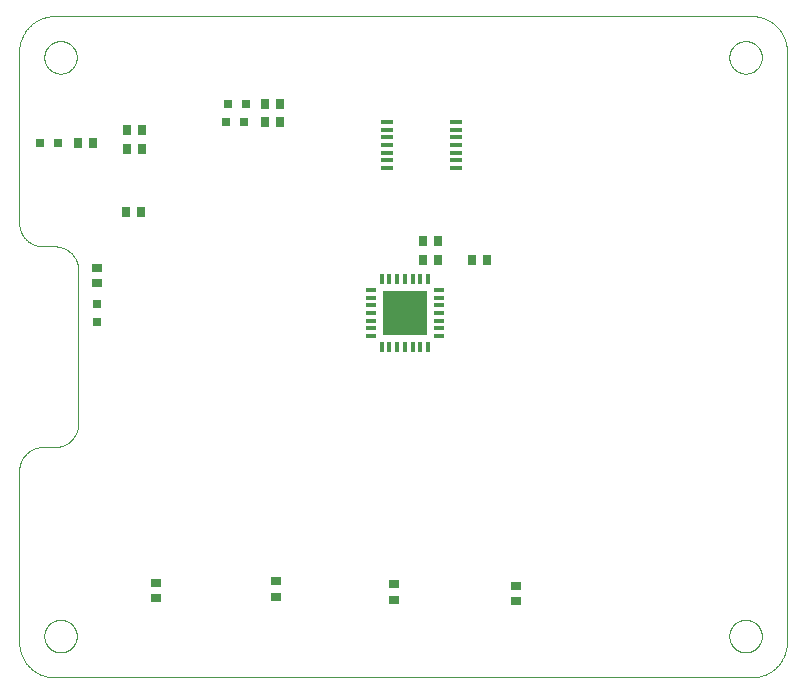
<source format=gtp>
G75*
%MOIN*%
%OFA0B0*%
%FSLAX25Y25*%
%IPPOS*%
%LPD*%
%AMOC8*
5,1,8,0,0,1.08239X$1,22.5*
%
%ADD10C,0.00000*%
%ADD11R,0.01700X0.03200*%
%ADD12R,0.03200X0.01700*%
%ADD13R,0.14600X0.14600*%
%ADD14R,0.02756X0.03543*%
%ADD15R,0.03543X0.02756*%
%ADD16R,0.03150X0.03150*%
%ADD17R,0.03900X0.01200*%
D10*
X0035000Y0016811D02*
X0035000Y0073898D01*
X0035002Y0074088D01*
X0035009Y0074278D01*
X0035021Y0074468D01*
X0035037Y0074658D01*
X0035057Y0074847D01*
X0035083Y0075036D01*
X0035112Y0075224D01*
X0035147Y0075411D01*
X0035186Y0075597D01*
X0035229Y0075782D01*
X0035277Y0075967D01*
X0035329Y0076150D01*
X0035385Y0076331D01*
X0035446Y0076511D01*
X0035512Y0076690D01*
X0035581Y0076867D01*
X0035655Y0077043D01*
X0035733Y0077216D01*
X0035816Y0077388D01*
X0035902Y0077557D01*
X0035992Y0077725D01*
X0036087Y0077890D01*
X0036185Y0078053D01*
X0036288Y0078213D01*
X0036394Y0078371D01*
X0036504Y0078526D01*
X0036617Y0078679D01*
X0036735Y0078829D01*
X0036856Y0078975D01*
X0036980Y0079119D01*
X0037108Y0079260D01*
X0037239Y0079398D01*
X0037374Y0079533D01*
X0037512Y0079664D01*
X0037653Y0079792D01*
X0037797Y0079916D01*
X0037943Y0080037D01*
X0038093Y0080155D01*
X0038246Y0080268D01*
X0038401Y0080378D01*
X0038559Y0080484D01*
X0038719Y0080587D01*
X0038882Y0080685D01*
X0039047Y0080780D01*
X0039215Y0080870D01*
X0039384Y0080956D01*
X0039556Y0081039D01*
X0039729Y0081117D01*
X0039905Y0081191D01*
X0040082Y0081260D01*
X0040261Y0081326D01*
X0040441Y0081387D01*
X0040622Y0081443D01*
X0040805Y0081495D01*
X0040990Y0081543D01*
X0041175Y0081586D01*
X0041361Y0081625D01*
X0041548Y0081660D01*
X0041736Y0081689D01*
X0041925Y0081715D01*
X0042114Y0081735D01*
X0042304Y0081751D01*
X0042494Y0081763D01*
X0042684Y0081770D01*
X0042874Y0081772D01*
X0046811Y0081772D01*
X0047001Y0081774D01*
X0047191Y0081781D01*
X0047381Y0081793D01*
X0047571Y0081809D01*
X0047760Y0081829D01*
X0047949Y0081855D01*
X0048137Y0081884D01*
X0048324Y0081919D01*
X0048510Y0081958D01*
X0048695Y0082001D01*
X0048880Y0082049D01*
X0049063Y0082101D01*
X0049244Y0082157D01*
X0049424Y0082218D01*
X0049603Y0082284D01*
X0049780Y0082353D01*
X0049956Y0082427D01*
X0050129Y0082505D01*
X0050301Y0082588D01*
X0050470Y0082674D01*
X0050638Y0082764D01*
X0050803Y0082859D01*
X0050966Y0082957D01*
X0051126Y0083060D01*
X0051284Y0083166D01*
X0051439Y0083276D01*
X0051592Y0083389D01*
X0051742Y0083507D01*
X0051888Y0083628D01*
X0052032Y0083752D01*
X0052173Y0083880D01*
X0052311Y0084011D01*
X0052446Y0084146D01*
X0052577Y0084284D01*
X0052705Y0084425D01*
X0052829Y0084569D01*
X0052950Y0084715D01*
X0053068Y0084865D01*
X0053181Y0085018D01*
X0053291Y0085173D01*
X0053397Y0085331D01*
X0053500Y0085491D01*
X0053598Y0085654D01*
X0053693Y0085819D01*
X0053783Y0085987D01*
X0053869Y0086156D01*
X0053952Y0086328D01*
X0054030Y0086501D01*
X0054104Y0086677D01*
X0054173Y0086854D01*
X0054239Y0087033D01*
X0054300Y0087213D01*
X0054356Y0087394D01*
X0054408Y0087577D01*
X0054456Y0087762D01*
X0054499Y0087947D01*
X0054538Y0088133D01*
X0054573Y0088320D01*
X0054602Y0088508D01*
X0054628Y0088697D01*
X0054648Y0088886D01*
X0054664Y0089076D01*
X0054676Y0089266D01*
X0054683Y0089456D01*
X0054685Y0089646D01*
X0054685Y0140827D01*
X0054683Y0141017D01*
X0054676Y0141207D01*
X0054664Y0141397D01*
X0054648Y0141587D01*
X0054628Y0141776D01*
X0054602Y0141965D01*
X0054573Y0142153D01*
X0054538Y0142340D01*
X0054499Y0142526D01*
X0054456Y0142711D01*
X0054408Y0142896D01*
X0054356Y0143079D01*
X0054300Y0143260D01*
X0054239Y0143440D01*
X0054173Y0143619D01*
X0054104Y0143796D01*
X0054030Y0143972D01*
X0053952Y0144145D01*
X0053869Y0144317D01*
X0053783Y0144486D01*
X0053693Y0144654D01*
X0053598Y0144819D01*
X0053500Y0144982D01*
X0053397Y0145142D01*
X0053291Y0145300D01*
X0053181Y0145455D01*
X0053068Y0145608D01*
X0052950Y0145758D01*
X0052829Y0145904D01*
X0052705Y0146048D01*
X0052577Y0146189D01*
X0052446Y0146327D01*
X0052311Y0146462D01*
X0052173Y0146593D01*
X0052032Y0146721D01*
X0051888Y0146845D01*
X0051742Y0146966D01*
X0051592Y0147084D01*
X0051439Y0147197D01*
X0051284Y0147307D01*
X0051126Y0147413D01*
X0050966Y0147516D01*
X0050803Y0147614D01*
X0050638Y0147709D01*
X0050470Y0147799D01*
X0050301Y0147885D01*
X0050129Y0147968D01*
X0049956Y0148046D01*
X0049780Y0148120D01*
X0049603Y0148189D01*
X0049424Y0148255D01*
X0049244Y0148316D01*
X0049063Y0148372D01*
X0048880Y0148424D01*
X0048695Y0148472D01*
X0048510Y0148515D01*
X0048324Y0148554D01*
X0048137Y0148589D01*
X0047949Y0148618D01*
X0047760Y0148644D01*
X0047571Y0148664D01*
X0047381Y0148680D01*
X0047191Y0148692D01*
X0047001Y0148699D01*
X0046811Y0148701D01*
X0042874Y0148701D01*
X0042684Y0148703D01*
X0042494Y0148710D01*
X0042304Y0148722D01*
X0042114Y0148738D01*
X0041925Y0148758D01*
X0041736Y0148784D01*
X0041548Y0148813D01*
X0041361Y0148848D01*
X0041175Y0148887D01*
X0040990Y0148930D01*
X0040805Y0148978D01*
X0040622Y0149030D01*
X0040441Y0149086D01*
X0040261Y0149147D01*
X0040082Y0149213D01*
X0039905Y0149282D01*
X0039729Y0149356D01*
X0039556Y0149434D01*
X0039384Y0149517D01*
X0039215Y0149603D01*
X0039047Y0149693D01*
X0038882Y0149788D01*
X0038719Y0149886D01*
X0038559Y0149989D01*
X0038401Y0150095D01*
X0038246Y0150205D01*
X0038093Y0150318D01*
X0037943Y0150436D01*
X0037797Y0150557D01*
X0037653Y0150681D01*
X0037512Y0150809D01*
X0037374Y0150940D01*
X0037239Y0151075D01*
X0037108Y0151213D01*
X0036980Y0151354D01*
X0036856Y0151498D01*
X0036735Y0151644D01*
X0036617Y0151794D01*
X0036504Y0151947D01*
X0036394Y0152102D01*
X0036288Y0152260D01*
X0036185Y0152420D01*
X0036087Y0152583D01*
X0035992Y0152748D01*
X0035902Y0152916D01*
X0035816Y0153085D01*
X0035733Y0153257D01*
X0035655Y0153430D01*
X0035581Y0153606D01*
X0035512Y0153783D01*
X0035446Y0153962D01*
X0035385Y0154142D01*
X0035329Y0154323D01*
X0035277Y0154506D01*
X0035229Y0154691D01*
X0035186Y0154876D01*
X0035147Y0155062D01*
X0035112Y0155249D01*
X0035083Y0155437D01*
X0035057Y0155626D01*
X0035037Y0155815D01*
X0035021Y0156005D01*
X0035009Y0156195D01*
X0035002Y0156385D01*
X0035000Y0156575D01*
X0035000Y0213661D01*
X0035003Y0213946D01*
X0035014Y0214232D01*
X0035031Y0214517D01*
X0035055Y0214801D01*
X0035086Y0215085D01*
X0035124Y0215368D01*
X0035169Y0215649D01*
X0035220Y0215930D01*
X0035278Y0216210D01*
X0035343Y0216488D01*
X0035415Y0216764D01*
X0035493Y0217038D01*
X0035578Y0217311D01*
X0035670Y0217581D01*
X0035768Y0217849D01*
X0035872Y0218115D01*
X0035983Y0218378D01*
X0036100Y0218638D01*
X0036223Y0218896D01*
X0036353Y0219150D01*
X0036489Y0219401D01*
X0036630Y0219649D01*
X0036778Y0219893D01*
X0036931Y0220134D01*
X0037091Y0220370D01*
X0037256Y0220603D01*
X0037426Y0220832D01*
X0037602Y0221057D01*
X0037784Y0221277D01*
X0037970Y0221493D01*
X0038162Y0221704D01*
X0038359Y0221911D01*
X0038561Y0222113D01*
X0038768Y0222310D01*
X0038979Y0222502D01*
X0039195Y0222688D01*
X0039415Y0222870D01*
X0039640Y0223046D01*
X0039869Y0223216D01*
X0040102Y0223381D01*
X0040338Y0223541D01*
X0040579Y0223694D01*
X0040823Y0223842D01*
X0041071Y0223983D01*
X0041322Y0224119D01*
X0041576Y0224249D01*
X0041834Y0224372D01*
X0042094Y0224489D01*
X0042357Y0224600D01*
X0042623Y0224704D01*
X0042891Y0224802D01*
X0043161Y0224894D01*
X0043434Y0224979D01*
X0043708Y0225057D01*
X0043984Y0225129D01*
X0044262Y0225194D01*
X0044542Y0225252D01*
X0044823Y0225303D01*
X0045104Y0225348D01*
X0045387Y0225386D01*
X0045671Y0225417D01*
X0045955Y0225441D01*
X0046240Y0225458D01*
X0046526Y0225469D01*
X0046811Y0225472D01*
X0279094Y0225472D01*
X0279379Y0225469D01*
X0279665Y0225458D01*
X0279950Y0225441D01*
X0280234Y0225417D01*
X0280518Y0225386D01*
X0280801Y0225348D01*
X0281082Y0225303D01*
X0281363Y0225252D01*
X0281643Y0225194D01*
X0281921Y0225129D01*
X0282197Y0225057D01*
X0282471Y0224979D01*
X0282744Y0224894D01*
X0283014Y0224802D01*
X0283282Y0224704D01*
X0283548Y0224600D01*
X0283811Y0224489D01*
X0284071Y0224372D01*
X0284329Y0224249D01*
X0284583Y0224119D01*
X0284834Y0223983D01*
X0285082Y0223842D01*
X0285326Y0223694D01*
X0285567Y0223541D01*
X0285803Y0223381D01*
X0286036Y0223216D01*
X0286265Y0223046D01*
X0286490Y0222870D01*
X0286710Y0222688D01*
X0286926Y0222502D01*
X0287137Y0222310D01*
X0287344Y0222113D01*
X0287546Y0221911D01*
X0287743Y0221704D01*
X0287935Y0221493D01*
X0288121Y0221277D01*
X0288303Y0221057D01*
X0288479Y0220832D01*
X0288649Y0220603D01*
X0288814Y0220370D01*
X0288974Y0220134D01*
X0289127Y0219893D01*
X0289275Y0219649D01*
X0289416Y0219401D01*
X0289552Y0219150D01*
X0289682Y0218896D01*
X0289805Y0218638D01*
X0289922Y0218378D01*
X0290033Y0218115D01*
X0290137Y0217849D01*
X0290235Y0217581D01*
X0290327Y0217311D01*
X0290412Y0217038D01*
X0290490Y0216764D01*
X0290562Y0216488D01*
X0290627Y0216210D01*
X0290685Y0215930D01*
X0290736Y0215649D01*
X0290781Y0215368D01*
X0290819Y0215085D01*
X0290850Y0214801D01*
X0290874Y0214517D01*
X0290891Y0214232D01*
X0290902Y0213946D01*
X0290905Y0213661D01*
X0290906Y0213661D02*
X0290906Y0016811D01*
X0290905Y0016811D02*
X0290902Y0016526D01*
X0290891Y0016240D01*
X0290874Y0015955D01*
X0290850Y0015671D01*
X0290819Y0015387D01*
X0290781Y0015104D01*
X0290736Y0014823D01*
X0290685Y0014542D01*
X0290627Y0014262D01*
X0290562Y0013984D01*
X0290490Y0013708D01*
X0290412Y0013434D01*
X0290327Y0013161D01*
X0290235Y0012891D01*
X0290137Y0012623D01*
X0290033Y0012357D01*
X0289922Y0012094D01*
X0289805Y0011834D01*
X0289682Y0011576D01*
X0289552Y0011322D01*
X0289416Y0011071D01*
X0289275Y0010823D01*
X0289127Y0010579D01*
X0288974Y0010338D01*
X0288814Y0010102D01*
X0288649Y0009869D01*
X0288479Y0009640D01*
X0288303Y0009415D01*
X0288121Y0009195D01*
X0287935Y0008979D01*
X0287743Y0008768D01*
X0287546Y0008561D01*
X0287344Y0008359D01*
X0287137Y0008162D01*
X0286926Y0007970D01*
X0286710Y0007784D01*
X0286490Y0007602D01*
X0286265Y0007426D01*
X0286036Y0007256D01*
X0285803Y0007091D01*
X0285567Y0006931D01*
X0285326Y0006778D01*
X0285082Y0006630D01*
X0284834Y0006489D01*
X0284583Y0006353D01*
X0284329Y0006223D01*
X0284071Y0006100D01*
X0283811Y0005983D01*
X0283548Y0005872D01*
X0283282Y0005768D01*
X0283014Y0005670D01*
X0282744Y0005578D01*
X0282471Y0005493D01*
X0282197Y0005415D01*
X0281921Y0005343D01*
X0281643Y0005278D01*
X0281363Y0005220D01*
X0281082Y0005169D01*
X0280801Y0005124D01*
X0280518Y0005086D01*
X0280234Y0005055D01*
X0279950Y0005031D01*
X0279665Y0005014D01*
X0279379Y0005003D01*
X0279094Y0005000D01*
X0046811Y0005000D01*
X0046526Y0005003D01*
X0046240Y0005014D01*
X0045955Y0005031D01*
X0045671Y0005055D01*
X0045387Y0005086D01*
X0045104Y0005124D01*
X0044823Y0005169D01*
X0044542Y0005220D01*
X0044262Y0005278D01*
X0043984Y0005343D01*
X0043708Y0005415D01*
X0043434Y0005493D01*
X0043161Y0005578D01*
X0042891Y0005670D01*
X0042623Y0005768D01*
X0042357Y0005872D01*
X0042094Y0005983D01*
X0041834Y0006100D01*
X0041576Y0006223D01*
X0041322Y0006353D01*
X0041071Y0006489D01*
X0040823Y0006630D01*
X0040579Y0006778D01*
X0040338Y0006931D01*
X0040102Y0007091D01*
X0039869Y0007256D01*
X0039640Y0007426D01*
X0039415Y0007602D01*
X0039195Y0007784D01*
X0038979Y0007970D01*
X0038768Y0008162D01*
X0038561Y0008359D01*
X0038359Y0008561D01*
X0038162Y0008768D01*
X0037970Y0008979D01*
X0037784Y0009195D01*
X0037602Y0009415D01*
X0037426Y0009640D01*
X0037256Y0009869D01*
X0037091Y0010102D01*
X0036931Y0010338D01*
X0036778Y0010579D01*
X0036630Y0010823D01*
X0036489Y0011071D01*
X0036353Y0011322D01*
X0036223Y0011576D01*
X0036100Y0011834D01*
X0035983Y0012094D01*
X0035872Y0012357D01*
X0035768Y0012623D01*
X0035670Y0012891D01*
X0035578Y0013161D01*
X0035493Y0013434D01*
X0035415Y0013708D01*
X0035343Y0013984D01*
X0035278Y0014262D01*
X0035220Y0014542D01*
X0035169Y0014823D01*
X0035124Y0015104D01*
X0035086Y0015387D01*
X0035055Y0015671D01*
X0035031Y0015955D01*
X0035014Y0016240D01*
X0035003Y0016526D01*
X0035000Y0016811D01*
X0043367Y0018780D02*
X0043369Y0018927D01*
X0043375Y0019073D01*
X0043385Y0019219D01*
X0043399Y0019365D01*
X0043417Y0019511D01*
X0043438Y0019656D01*
X0043464Y0019800D01*
X0043494Y0019944D01*
X0043527Y0020086D01*
X0043564Y0020228D01*
X0043605Y0020369D01*
X0043650Y0020508D01*
X0043699Y0020647D01*
X0043751Y0020784D01*
X0043808Y0020919D01*
X0043867Y0021053D01*
X0043931Y0021185D01*
X0043998Y0021315D01*
X0044068Y0021444D01*
X0044142Y0021571D01*
X0044219Y0021695D01*
X0044300Y0021818D01*
X0044384Y0021938D01*
X0044471Y0022056D01*
X0044561Y0022171D01*
X0044654Y0022284D01*
X0044751Y0022395D01*
X0044850Y0022503D01*
X0044952Y0022608D01*
X0045057Y0022710D01*
X0045165Y0022809D01*
X0045276Y0022906D01*
X0045389Y0022999D01*
X0045504Y0023089D01*
X0045622Y0023176D01*
X0045742Y0023260D01*
X0045865Y0023341D01*
X0045989Y0023418D01*
X0046116Y0023492D01*
X0046245Y0023562D01*
X0046375Y0023629D01*
X0046507Y0023693D01*
X0046641Y0023752D01*
X0046776Y0023809D01*
X0046913Y0023861D01*
X0047052Y0023910D01*
X0047191Y0023955D01*
X0047332Y0023996D01*
X0047474Y0024033D01*
X0047616Y0024066D01*
X0047760Y0024096D01*
X0047904Y0024122D01*
X0048049Y0024143D01*
X0048195Y0024161D01*
X0048341Y0024175D01*
X0048487Y0024185D01*
X0048633Y0024191D01*
X0048780Y0024193D01*
X0048927Y0024191D01*
X0049073Y0024185D01*
X0049219Y0024175D01*
X0049365Y0024161D01*
X0049511Y0024143D01*
X0049656Y0024122D01*
X0049800Y0024096D01*
X0049944Y0024066D01*
X0050086Y0024033D01*
X0050228Y0023996D01*
X0050369Y0023955D01*
X0050508Y0023910D01*
X0050647Y0023861D01*
X0050784Y0023809D01*
X0050919Y0023752D01*
X0051053Y0023693D01*
X0051185Y0023629D01*
X0051315Y0023562D01*
X0051444Y0023492D01*
X0051571Y0023418D01*
X0051695Y0023341D01*
X0051818Y0023260D01*
X0051938Y0023176D01*
X0052056Y0023089D01*
X0052171Y0022999D01*
X0052284Y0022906D01*
X0052395Y0022809D01*
X0052503Y0022710D01*
X0052608Y0022608D01*
X0052710Y0022503D01*
X0052809Y0022395D01*
X0052906Y0022284D01*
X0052999Y0022171D01*
X0053089Y0022056D01*
X0053176Y0021938D01*
X0053260Y0021818D01*
X0053341Y0021695D01*
X0053418Y0021571D01*
X0053492Y0021444D01*
X0053562Y0021315D01*
X0053629Y0021185D01*
X0053693Y0021053D01*
X0053752Y0020919D01*
X0053809Y0020784D01*
X0053861Y0020647D01*
X0053910Y0020508D01*
X0053955Y0020369D01*
X0053996Y0020228D01*
X0054033Y0020086D01*
X0054066Y0019944D01*
X0054096Y0019800D01*
X0054122Y0019656D01*
X0054143Y0019511D01*
X0054161Y0019365D01*
X0054175Y0019219D01*
X0054185Y0019073D01*
X0054191Y0018927D01*
X0054193Y0018780D01*
X0054191Y0018633D01*
X0054185Y0018487D01*
X0054175Y0018341D01*
X0054161Y0018195D01*
X0054143Y0018049D01*
X0054122Y0017904D01*
X0054096Y0017760D01*
X0054066Y0017616D01*
X0054033Y0017474D01*
X0053996Y0017332D01*
X0053955Y0017191D01*
X0053910Y0017052D01*
X0053861Y0016913D01*
X0053809Y0016776D01*
X0053752Y0016641D01*
X0053693Y0016507D01*
X0053629Y0016375D01*
X0053562Y0016245D01*
X0053492Y0016116D01*
X0053418Y0015989D01*
X0053341Y0015865D01*
X0053260Y0015742D01*
X0053176Y0015622D01*
X0053089Y0015504D01*
X0052999Y0015389D01*
X0052906Y0015276D01*
X0052809Y0015165D01*
X0052710Y0015057D01*
X0052608Y0014952D01*
X0052503Y0014850D01*
X0052395Y0014751D01*
X0052284Y0014654D01*
X0052171Y0014561D01*
X0052056Y0014471D01*
X0051938Y0014384D01*
X0051818Y0014300D01*
X0051695Y0014219D01*
X0051571Y0014142D01*
X0051444Y0014068D01*
X0051315Y0013998D01*
X0051185Y0013931D01*
X0051053Y0013867D01*
X0050919Y0013808D01*
X0050784Y0013751D01*
X0050647Y0013699D01*
X0050508Y0013650D01*
X0050369Y0013605D01*
X0050228Y0013564D01*
X0050086Y0013527D01*
X0049944Y0013494D01*
X0049800Y0013464D01*
X0049656Y0013438D01*
X0049511Y0013417D01*
X0049365Y0013399D01*
X0049219Y0013385D01*
X0049073Y0013375D01*
X0048927Y0013369D01*
X0048780Y0013367D01*
X0048633Y0013369D01*
X0048487Y0013375D01*
X0048341Y0013385D01*
X0048195Y0013399D01*
X0048049Y0013417D01*
X0047904Y0013438D01*
X0047760Y0013464D01*
X0047616Y0013494D01*
X0047474Y0013527D01*
X0047332Y0013564D01*
X0047191Y0013605D01*
X0047052Y0013650D01*
X0046913Y0013699D01*
X0046776Y0013751D01*
X0046641Y0013808D01*
X0046507Y0013867D01*
X0046375Y0013931D01*
X0046245Y0013998D01*
X0046116Y0014068D01*
X0045989Y0014142D01*
X0045865Y0014219D01*
X0045742Y0014300D01*
X0045622Y0014384D01*
X0045504Y0014471D01*
X0045389Y0014561D01*
X0045276Y0014654D01*
X0045165Y0014751D01*
X0045057Y0014850D01*
X0044952Y0014952D01*
X0044850Y0015057D01*
X0044751Y0015165D01*
X0044654Y0015276D01*
X0044561Y0015389D01*
X0044471Y0015504D01*
X0044384Y0015622D01*
X0044300Y0015742D01*
X0044219Y0015865D01*
X0044142Y0015989D01*
X0044068Y0016116D01*
X0043998Y0016245D01*
X0043931Y0016375D01*
X0043867Y0016507D01*
X0043808Y0016641D01*
X0043751Y0016776D01*
X0043699Y0016913D01*
X0043650Y0017052D01*
X0043605Y0017191D01*
X0043564Y0017332D01*
X0043527Y0017474D01*
X0043494Y0017616D01*
X0043464Y0017760D01*
X0043438Y0017904D01*
X0043417Y0018049D01*
X0043399Y0018195D01*
X0043385Y0018341D01*
X0043375Y0018487D01*
X0043369Y0018633D01*
X0043367Y0018780D01*
X0271713Y0018780D02*
X0271715Y0018927D01*
X0271721Y0019073D01*
X0271731Y0019219D01*
X0271745Y0019365D01*
X0271763Y0019511D01*
X0271784Y0019656D01*
X0271810Y0019800D01*
X0271840Y0019944D01*
X0271873Y0020086D01*
X0271910Y0020228D01*
X0271951Y0020369D01*
X0271996Y0020508D01*
X0272045Y0020647D01*
X0272097Y0020784D01*
X0272154Y0020919D01*
X0272213Y0021053D01*
X0272277Y0021185D01*
X0272344Y0021315D01*
X0272414Y0021444D01*
X0272488Y0021571D01*
X0272565Y0021695D01*
X0272646Y0021818D01*
X0272730Y0021938D01*
X0272817Y0022056D01*
X0272907Y0022171D01*
X0273000Y0022284D01*
X0273097Y0022395D01*
X0273196Y0022503D01*
X0273298Y0022608D01*
X0273403Y0022710D01*
X0273511Y0022809D01*
X0273622Y0022906D01*
X0273735Y0022999D01*
X0273850Y0023089D01*
X0273968Y0023176D01*
X0274088Y0023260D01*
X0274211Y0023341D01*
X0274335Y0023418D01*
X0274462Y0023492D01*
X0274591Y0023562D01*
X0274721Y0023629D01*
X0274853Y0023693D01*
X0274987Y0023752D01*
X0275122Y0023809D01*
X0275259Y0023861D01*
X0275398Y0023910D01*
X0275537Y0023955D01*
X0275678Y0023996D01*
X0275820Y0024033D01*
X0275962Y0024066D01*
X0276106Y0024096D01*
X0276250Y0024122D01*
X0276395Y0024143D01*
X0276541Y0024161D01*
X0276687Y0024175D01*
X0276833Y0024185D01*
X0276979Y0024191D01*
X0277126Y0024193D01*
X0277273Y0024191D01*
X0277419Y0024185D01*
X0277565Y0024175D01*
X0277711Y0024161D01*
X0277857Y0024143D01*
X0278002Y0024122D01*
X0278146Y0024096D01*
X0278290Y0024066D01*
X0278432Y0024033D01*
X0278574Y0023996D01*
X0278715Y0023955D01*
X0278854Y0023910D01*
X0278993Y0023861D01*
X0279130Y0023809D01*
X0279265Y0023752D01*
X0279399Y0023693D01*
X0279531Y0023629D01*
X0279661Y0023562D01*
X0279790Y0023492D01*
X0279917Y0023418D01*
X0280041Y0023341D01*
X0280164Y0023260D01*
X0280284Y0023176D01*
X0280402Y0023089D01*
X0280517Y0022999D01*
X0280630Y0022906D01*
X0280741Y0022809D01*
X0280849Y0022710D01*
X0280954Y0022608D01*
X0281056Y0022503D01*
X0281155Y0022395D01*
X0281252Y0022284D01*
X0281345Y0022171D01*
X0281435Y0022056D01*
X0281522Y0021938D01*
X0281606Y0021818D01*
X0281687Y0021695D01*
X0281764Y0021571D01*
X0281838Y0021444D01*
X0281908Y0021315D01*
X0281975Y0021185D01*
X0282039Y0021053D01*
X0282098Y0020919D01*
X0282155Y0020784D01*
X0282207Y0020647D01*
X0282256Y0020508D01*
X0282301Y0020369D01*
X0282342Y0020228D01*
X0282379Y0020086D01*
X0282412Y0019944D01*
X0282442Y0019800D01*
X0282468Y0019656D01*
X0282489Y0019511D01*
X0282507Y0019365D01*
X0282521Y0019219D01*
X0282531Y0019073D01*
X0282537Y0018927D01*
X0282539Y0018780D01*
X0282537Y0018633D01*
X0282531Y0018487D01*
X0282521Y0018341D01*
X0282507Y0018195D01*
X0282489Y0018049D01*
X0282468Y0017904D01*
X0282442Y0017760D01*
X0282412Y0017616D01*
X0282379Y0017474D01*
X0282342Y0017332D01*
X0282301Y0017191D01*
X0282256Y0017052D01*
X0282207Y0016913D01*
X0282155Y0016776D01*
X0282098Y0016641D01*
X0282039Y0016507D01*
X0281975Y0016375D01*
X0281908Y0016245D01*
X0281838Y0016116D01*
X0281764Y0015989D01*
X0281687Y0015865D01*
X0281606Y0015742D01*
X0281522Y0015622D01*
X0281435Y0015504D01*
X0281345Y0015389D01*
X0281252Y0015276D01*
X0281155Y0015165D01*
X0281056Y0015057D01*
X0280954Y0014952D01*
X0280849Y0014850D01*
X0280741Y0014751D01*
X0280630Y0014654D01*
X0280517Y0014561D01*
X0280402Y0014471D01*
X0280284Y0014384D01*
X0280164Y0014300D01*
X0280041Y0014219D01*
X0279917Y0014142D01*
X0279790Y0014068D01*
X0279661Y0013998D01*
X0279531Y0013931D01*
X0279399Y0013867D01*
X0279265Y0013808D01*
X0279130Y0013751D01*
X0278993Y0013699D01*
X0278854Y0013650D01*
X0278715Y0013605D01*
X0278574Y0013564D01*
X0278432Y0013527D01*
X0278290Y0013494D01*
X0278146Y0013464D01*
X0278002Y0013438D01*
X0277857Y0013417D01*
X0277711Y0013399D01*
X0277565Y0013385D01*
X0277419Y0013375D01*
X0277273Y0013369D01*
X0277126Y0013367D01*
X0276979Y0013369D01*
X0276833Y0013375D01*
X0276687Y0013385D01*
X0276541Y0013399D01*
X0276395Y0013417D01*
X0276250Y0013438D01*
X0276106Y0013464D01*
X0275962Y0013494D01*
X0275820Y0013527D01*
X0275678Y0013564D01*
X0275537Y0013605D01*
X0275398Y0013650D01*
X0275259Y0013699D01*
X0275122Y0013751D01*
X0274987Y0013808D01*
X0274853Y0013867D01*
X0274721Y0013931D01*
X0274591Y0013998D01*
X0274462Y0014068D01*
X0274335Y0014142D01*
X0274211Y0014219D01*
X0274088Y0014300D01*
X0273968Y0014384D01*
X0273850Y0014471D01*
X0273735Y0014561D01*
X0273622Y0014654D01*
X0273511Y0014751D01*
X0273403Y0014850D01*
X0273298Y0014952D01*
X0273196Y0015057D01*
X0273097Y0015165D01*
X0273000Y0015276D01*
X0272907Y0015389D01*
X0272817Y0015504D01*
X0272730Y0015622D01*
X0272646Y0015742D01*
X0272565Y0015865D01*
X0272488Y0015989D01*
X0272414Y0016116D01*
X0272344Y0016245D01*
X0272277Y0016375D01*
X0272213Y0016507D01*
X0272154Y0016641D01*
X0272097Y0016776D01*
X0272045Y0016913D01*
X0271996Y0017052D01*
X0271951Y0017191D01*
X0271910Y0017332D01*
X0271873Y0017474D01*
X0271840Y0017616D01*
X0271810Y0017760D01*
X0271784Y0017904D01*
X0271763Y0018049D01*
X0271745Y0018195D01*
X0271731Y0018341D01*
X0271721Y0018487D01*
X0271715Y0018633D01*
X0271713Y0018780D01*
X0271713Y0211693D02*
X0271715Y0211840D01*
X0271721Y0211986D01*
X0271731Y0212132D01*
X0271745Y0212278D01*
X0271763Y0212424D01*
X0271784Y0212569D01*
X0271810Y0212713D01*
X0271840Y0212857D01*
X0271873Y0212999D01*
X0271910Y0213141D01*
X0271951Y0213282D01*
X0271996Y0213421D01*
X0272045Y0213560D01*
X0272097Y0213697D01*
X0272154Y0213832D01*
X0272213Y0213966D01*
X0272277Y0214098D01*
X0272344Y0214228D01*
X0272414Y0214357D01*
X0272488Y0214484D01*
X0272565Y0214608D01*
X0272646Y0214731D01*
X0272730Y0214851D01*
X0272817Y0214969D01*
X0272907Y0215084D01*
X0273000Y0215197D01*
X0273097Y0215308D01*
X0273196Y0215416D01*
X0273298Y0215521D01*
X0273403Y0215623D01*
X0273511Y0215722D01*
X0273622Y0215819D01*
X0273735Y0215912D01*
X0273850Y0216002D01*
X0273968Y0216089D01*
X0274088Y0216173D01*
X0274211Y0216254D01*
X0274335Y0216331D01*
X0274462Y0216405D01*
X0274591Y0216475D01*
X0274721Y0216542D01*
X0274853Y0216606D01*
X0274987Y0216665D01*
X0275122Y0216722D01*
X0275259Y0216774D01*
X0275398Y0216823D01*
X0275537Y0216868D01*
X0275678Y0216909D01*
X0275820Y0216946D01*
X0275962Y0216979D01*
X0276106Y0217009D01*
X0276250Y0217035D01*
X0276395Y0217056D01*
X0276541Y0217074D01*
X0276687Y0217088D01*
X0276833Y0217098D01*
X0276979Y0217104D01*
X0277126Y0217106D01*
X0277273Y0217104D01*
X0277419Y0217098D01*
X0277565Y0217088D01*
X0277711Y0217074D01*
X0277857Y0217056D01*
X0278002Y0217035D01*
X0278146Y0217009D01*
X0278290Y0216979D01*
X0278432Y0216946D01*
X0278574Y0216909D01*
X0278715Y0216868D01*
X0278854Y0216823D01*
X0278993Y0216774D01*
X0279130Y0216722D01*
X0279265Y0216665D01*
X0279399Y0216606D01*
X0279531Y0216542D01*
X0279661Y0216475D01*
X0279790Y0216405D01*
X0279917Y0216331D01*
X0280041Y0216254D01*
X0280164Y0216173D01*
X0280284Y0216089D01*
X0280402Y0216002D01*
X0280517Y0215912D01*
X0280630Y0215819D01*
X0280741Y0215722D01*
X0280849Y0215623D01*
X0280954Y0215521D01*
X0281056Y0215416D01*
X0281155Y0215308D01*
X0281252Y0215197D01*
X0281345Y0215084D01*
X0281435Y0214969D01*
X0281522Y0214851D01*
X0281606Y0214731D01*
X0281687Y0214608D01*
X0281764Y0214484D01*
X0281838Y0214357D01*
X0281908Y0214228D01*
X0281975Y0214098D01*
X0282039Y0213966D01*
X0282098Y0213832D01*
X0282155Y0213697D01*
X0282207Y0213560D01*
X0282256Y0213421D01*
X0282301Y0213282D01*
X0282342Y0213141D01*
X0282379Y0212999D01*
X0282412Y0212857D01*
X0282442Y0212713D01*
X0282468Y0212569D01*
X0282489Y0212424D01*
X0282507Y0212278D01*
X0282521Y0212132D01*
X0282531Y0211986D01*
X0282537Y0211840D01*
X0282539Y0211693D01*
X0282537Y0211546D01*
X0282531Y0211400D01*
X0282521Y0211254D01*
X0282507Y0211108D01*
X0282489Y0210962D01*
X0282468Y0210817D01*
X0282442Y0210673D01*
X0282412Y0210529D01*
X0282379Y0210387D01*
X0282342Y0210245D01*
X0282301Y0210104D01*
X0282256Y0209965D01*
X0282207Y0209826D01*
X0282155Y0209689D01*
X0282098Y0209554D01*
X0282039Y0209420D01*
X0281975Y0209288D01*
X0281908Y0209158D01*
X0281838Y0209029D01*
X0281764Y0208902D01*
X0281687Y0208778D01*
X0281606Y0208655D01*
X0281522Y0208535D01*
X0281435Y0208417D01*
X0281345Y0208302D01*
X0281252Y0208189D01*
X0281155Y0208078D01*
X0281056Y0207970D01*
X0280954Y0207865D01*
X0280849Y0207763D01*
X0280741Y0207664D01*
X0280630Y0207567D01*
X0280517Y0207474D01*
X0280402Y0207384D01*
X0280284Y0207297D01*
X0280164Y0207213D01*
X0280041Y0207132D01*
X0279917Y0207055D01*
X0279790Y0206981D01*
X0279661Y0206911D01*
X0279531Y0206844D01*
X0279399Y0206780D01*
X0279265Y0206721D01*
X0279130Y0206664D01*
X0278993Y0206612D01*
X0278854Y0206563D01*
X0278715Y0206518D01*
X0278574Y0206477D01*
X0278432Y0206440D01*
X0278290Y0206407D01*
X0278146Y0206377D01*
X0278002Y0206351D01*
X0277857Y0206330D01*
X0277711Y0206312D01*
X0277565Y0206298D01*
X0277419Y0206288D01*
X0277273Y0206282D01*
X0277126Y0206280D01*
X0276979Y0206282D01*
X0276833Y0206288D01*
X0276687Y0206298D01*
X0276541Y0206312D01*
X0276395Y0206330D01*
X0276250Y0206351D01*
X0276106Y0206377D01*
X0275962Y0206407D01*
X0275820Y0206440D01*
X0275678Y0206477D01*
X0275537Y0206518D01*
X0275398Y0206563D01*
X0275259Y0206612D01*
X0275122Y0206664D01*
X0274987Y0206721D01*
X0274853Y0206780D01*
X0274721Y0206844D01*
X0274591Y0206911D01*
X0274462Y0206981D01*
X0274335Y0207055D01*
X0274211Y0207132D01*
X0274088Y0207213D01*
X0273968Y0207297D01*
X0273850Y0207384D01*
X0273735Y0207474D01*
X0273622Y0207567D01*
X0273511Y0207664D01*
X0273403Y0207763D01*
X0273298Y0207865D01*
X0273196Y0207970D01*
X0273097Y0208078D01*
X0273000Y0208189D01*
X0272907Y0208302D01*
X0272817Y0208417D01*
X0272730Y0208535D01*
X0272646Y0208655D01*
X0272565Y0208778D01*
X0272488Y0208902D01*
X0272414Y0209029D01*
X0272344Y0209158D01*
X0272277Y0209288D01*
X0272213Y0209420D01*
X0272154Y0209554D01*
X0272097Y0209689D01*
X0272045Y0209826D01*
X0271996Y0209965D01*
X0271951Y0210104D01*
X0271910Y0210245D01*
X0271873Y0210387D01*
X0271840Y0210529D01*
X0271810Y0210673D01*
X0271784Y0210817D01*
X0271763Y0210962D01*
X0271745Y0211108D01*
X0271731Y0211254D01*
X0271721Y0211400D01*
X0271715Y0211546D01*
X0271713Y0211693D01*
X0043367Y0211693D02*
X0043369Y0211840D01*
X0043375Y0211986D01*
X0043385Y0212132D01*
X0043399Y0212278D01*
X0043417Y0212424D01*
X0043438Y0212569D01*
X0043464Y0212713D01*
X0043494Y0212857D01*
X0043527Y0212999D01*
X0043564Y0213141D01*
X0043605Y0213282D01*
X0043650Y0213421D01*
X0043699Y0213560D01*
X0043751Y0213697D01*
X0043808Y0213832D01*
X0043867Y0213966D01*
X0043931Y0214098D01*
X0043998Y0214228D01*
X0044068Y0214357D01*
X0044142Y0214484D01*
X0044219Y0214608D01*
X0044300Y0214731D01*
X0044384Y0214851D01*
X0044471Y0214969D01*
X0044561Y0215084D01*
X0044654Y0215197D01*
X0044751Y0215308D01*
X0044850Y0215416D01*
X0044952Y0215521D01*
X0045057Y0215623D01*
X0045165Y0215722D01*
X0045276Y0215819D01*
X0045389Y0215912D01*
X0045504Y0216002D01*
X0045622Y0216089D01*
X0045742Y0216173D01*
X0045865Y0216254D01*
X0045989Y0216331D01*
X0046116Y0216405D01*
X0046245Y0216475D01*
X0046375Y0216542D01*
X0046507Y0216606D01*
X0046641Y0216665D01*
X0046776Y0216722D01*
X0046913Y0216774D01*
X0047052Y0216823D01*
X0047191Y0216868D01*
X0047332Y0216909D01*
X0047474Y0216946D01*
X0047616Y0216979D01*
X0047760Y0217009D01*
X0047904Y0217035D01*
X0048049Y0217056D01*
X0048195Y0217074D01*
X0048341Y0217088D01*
X0048487Y0217098D01*
X0048633Y0217104D01*
X0048780Y0217106D01*
X0048927Y0217104D01*
X0049073Y0217098D01*
X0049219Y0217088D01*
X0049365Y0217074D01*
X0049511Y0217056D01*
X0049656Y0217035D01*
X0049800Y0217009D01*
X0049944Y0216979D01*
X0050086Y0216946D01*
X0050228Y0216909D01*
X0050369Y0216868D01*
X0050508Y0216823D01*
X0050647Y0216774D01*
X0050784Y0216722D01*
X0050919Y0216665D01*
X0051053Y0216606D01*
X0051185Y0216542D01*
X0051315Y0216475D01*
X0051444Y0216405D01*
X0051571Y0216331D01*
X0051695Y0216254D01*
X0051818Y0216173D01*
X0051938Y0216089D01*
X0052056Y0216002D01*
X0052171Y0215912D01*
X0052284Y0215819D01*
X0052395Y0215722D01*
X0052503Y0215623D01*
X0052608Y0215521D01*
X0052710Y0215416D01*
X0052809Y0215308D01*
X0052906Y0215197D01*
X0052999Y0215084D01*
X0053089Y0214969D01*
X0053176Y0214851D01*
X0053260Y0214731D01*
X0053341Y0214608D01*
X0053418Y0214484D01*
X0053492Y0214357D01*
X0053562Y0214228D01*
X0053629Y0214098D01*
X0053693Y0213966D01*
X0053752Y0213832D01*
X0053809Y0213697D01*
X0053861Y0213560D01*
X0053910Y0213421D01*
X0053955Y0213282D01*
X0053996Y0213141D01*
X0054033Y0212999D01*
X0054066Y0212857D01*
X0054096Y0212713D01*
X0054122Y0212569D01*
X0054143Y0212424D01*
X0054161Y0212278D01*
X0054175Y0212132D01*
X0054185Y0211986D01*
X0054191Y0211840D01*
X0054193Y0211693D01*
X0054191Y0211546D01*
X0054185Y0211400D01*
X0054175Y0211254D01*
X0054161Y0211108D01*
X0054143Y0210962D01*
X0054122Y0210817D01*
X0054096Y0210673D01*
X0054066Y0210529D01*
X0054033Y0210387D01*
X0053996Y0210245D01*
X0053955Y0210104D01*
X0053910Y0209965D01*
X0053861Y0209826D01*
X0053809Y0209689D01*
X0053752Y0209554D01*
X0053693Y0209420D01*
X0053629Y0209288D01*
X0053562Y0209158D01*
X0053492Y0209029D01*
X0053418Y0208902D01*
X0053341Y0208778D01*
X0053260Y0208655D01*
X0053176Y0208535D01*
X0053089Y0208417D01*
X0052999Y0208302D01*
X0052906Y0208189D01*
X0052809Y0208078D01*
X0052710Y0207970D01*
X0052608Y0207865D01*
X0052503Y0207763D01*
X0052395Y0207664D01*
X0052284Y0207567D01*
X0052171Y0207474D01*
X0052056Y0207384D01*
X0051938Y0207297D01*
X0051818Y0207213D01*
X0051695Y0207132D01*
X0051571Y0207055D01*
X0051444Y0206981D01*
X0051315Y0206911D01*
X0051185Y0206844D01*
X0051053Y0206780D01*
X0050919Y0206721D01*
X0050784Y0206664D01*
X0050647Y0206612D01*
X0050508Y0206563D01*
X0050369Y0206518D01*
X0050228Y0206477D01*
X0050086Y0206440D01*
X0049944Y0206407D01*
X0049800Y0206377D01*
X0049656Y0206351D01*
X0049511Y0206330D01*
X0049365Y0206312D01*
X0049219Y0206298D01*
X0049073Y0206288D01*
X0048927Y0206282D01*
X0048780Y0206280D01*
X0048633Y0206282D01*
X0048487Y0206288D01*
X0048341Y0206298D01*
X0048195Y0206312D01*
X0048049Y0206330D01*
X0047904Y0206351D01*
X0047760Y0206377D01*
X0047616Y0206407D01*
X0047474Y0206440D01*
X0047332Y0206477D01*
X0047191Y0206518D01*
X0047052Y0206563D01*
X0046913Y0206612D01*
X0046776Y0206664D01*
X0046641Y0206721D01*
X0046507Y0206780D01*
X0046375Y0206844D01*
X0046245Y0206911D01*
X0046116Y0206981D01*
X0045989Y0207055D01*
X0045865Y0207132D01*
X0045742Y0207213D01*
X0045622Y0207297D01*
X0045504Y0207384D01*
X0045389Y0207474D01*
X0045276Y0207567D01*
X0045165Y0207664D01*
X0045057Y0207763D01*
X0044952Y0207865D01*
X0044850Y0207970D01*
X0044751Y0208078D01*
X0044654Y0208189D01*
X0044561Y0208302D01*
X0044471Y0208417D01*
X0044384Y0208535D01*
X0044300Y0208655D01*
X0044219Y0208778D01*
X0044142Y0208902D01*
X0044068Y0209029D01*
X0043998Y0209158D01*
X0043931Y0209288D01*
X0043867Y0209420D01*
X0043808Y0209554D01*
X0043751Y0209689D01*
X0043699Y0209826D01*
X0043650Y0209965D01*
X0043605Y0210104D01*
X0043564Y0210245D01*
X0043527Y0210387D01*
X0043494Y0210529D01*
X0043464Y0210673D01*
X0043438Y0210817D01*
X0043417Y0210962D01*
X0043399Y0211108D01*
X0043385Y0211254D01*
X0043375Y0211400D01*
X0043369Y0211546D01*
X0043367Y0211693D01*
D11*
X0155800Y0137900D03*
X0158400Y0137900D03*
X0160900Y0137900D03*
X0163500Y0137900D03*
X0166100Y0137900D03*
X0168600Y0137900D03*
X0171200Y0137900D03*
X0171200Y0115100D03*
X0168600Y0115100D03*
X0166100Y0115100D03*
X0163500Y0115100D03*
X0160900Y0115100D03*
X0158400Y0115100D03*
X0155800Y0115100D03*
D12*
X0152100Y0118800D03*
X0152100Y0121400D03*
X0152100Y0123900D03*
X0152100Y0126500D03*
X0152100Y0129100D03*
X0152100Y0131600D03*
X0152100Y0134200D03*
X0174900Y0134200D03*
X0174900Y0131600D03*
X0174900Y0129100D03*
X0174900Y0126500D03*
X0174900Y0123900D03*
X0174900Y0121400D03*
X0174900Y0118800D03*
D13*
X0163500Y0126500D03*
D14*
X0169441Y0144000D03*
X0174559Y0144000D03*
X0174559Y0150500D03*
X0169441Y0150500D03*
X0185941Y0144000D03*
X0191059Y0144000D03*
X0122059Y0190000D03*
X0116941Y0190000D03*
X0116941Y0196000D03*
X0122059Y0196000D03*
X0076059Y0187500D03*
X0070941Y0187500D03*
X0070941Y0181000D03*
X0076059Y0181000D03*
X0059559Y0183000D03*
X0054441Y0183000D03*
X0070441Y0160000D03*
X0075559Y0160000D03*
D15*
X0061000Y0141559D03*
X0061000Y0136441D03*
X0120500Y0037059D03*
X0120500Y0031941D03*
X0160000Y0030941D03*
X0160000Y0036059D03*
X0200500Y0035559D03*
X0200500Y0030441D03*
X0080500Y0031441D03*
X0080500Y0036559D03*
D16*
X0061000Y0123547D03*
X0061000Y0129453D03*
X0047953Y0183000D03*
X0042047Y0183000D03*
X0104047Y0190000D03*
X0109953Y0190000D03*
X0110453Y0196000D03*
X0104547Y0196000D03*
D17*
X0157513Y0190177D03*
X0157513Y0187618D03*
X0157513Y0185059D03*
X0157513Y0182500D03*
X0157513Y0179941D03*
X0157513Y0177382D03*
X0157513Y0174823D03*
X0180487Y0174823D03*
X0180487Y0177382D03*
X0180487Y0179941D03*
X0180487Y0182500D03*
X0180487Y0185059D03*
X0180487Y0187618D03*
X0180487Y0190177D03*
M02*

</source>
